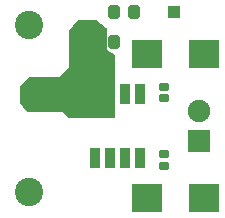
<source format=gts>
G04 #@! TF.GenerationSoftware,KiCad,Pcbnew,8.0.8*
G04 #@! TF.CreationDate,2025-02-12T17:11:10-06:00*
G04 #@! TF.ProjectId,Tunnleing_Amp,54756e6e-6c65-4696-9e67-5f416d702e6b,rev?*
G04 #@! TF.SameCoordinates,Original*
G04 #@! TF.FileFunction,Soldermask,Top*
G04 #@! TF.FilePolarity,Negative*
%FSLAX46Y46*%
G04 Gerber Fmt 4.6, Leading zero omitted, Abs format (unit mm)*
G04 Created by KiCad (PCBNEW 8.0.8) date 2025-02-12 17:11:10*
%MOMM*%
%LPD*%
G01*
G04 APERTURE LIST*
G04 Aperture macros list*
%AMRoundRect*
0 Rectangle with rounded corners*
0 $1 Rounding radius*
0 $2 $3 $4 $5 $6 $7 $8 $9 X,Y pos of 4 corners*
0 Add a 4 corners polygon primitive as box body*
4,1,4,$2,$3,$4,$5,$6,$7,$8,$9,$2,$3,0*
0 Add four circle primitives for the rounded corners*
1,1,$1+$1,$2,$3*
1,1,$1+$1,$4,$5*
1,1,$1+$1,$6,$7*
1,1,$1+$1,$8,$9*
0 Add four rect primitives between the rounded corners*
20,1,$1+$1,$2,$3,$4,$5,0*
20,1,$1+$1,$4,$5,$6,$7,0*
20,1,$1+$1,$6,$7,$8,$9,0*
20,1,$1+$1,$8,$9,$2,$3,0*%
G04 Aperture macros list end*
%ADD10RoundRect,0.100000X1.175000X-1.125000X1.175000X1.125000X-1.175000X1.125000X-1.175000X-1.125000X0*%
%ADD11C,2.400000*%
%ADD12RoundRect,0.100000X-0.425000X-0.425000X0.425000X-0.425000X0.425000X0.425000X-0.425000X0.425000X0*%
%ADD13RoundRect,0.190000X-0.220000X0.190000X-0.220000X-0.190000X0.220000X-0.190000X0.220000X0.190000X0*%
%ADD14RoundRect,0.100000X0.850000X0.850000X-0.850000X0.850000X-0.850000X-0.850000X0.850000X-0.850000X0*%
%ADD15O,1.900000X1.900000*%
%ADD16RoundRect,0.100000X0.325000X0.764000X-0.325000X0.764000X-0.325000X-0.764000X0.325000X-0.764000X0*%
%ADD17RoundRect,0.250000X-0.250000X-0.325000X0.250000X-0.325000X0.250000X0.325000X-0.250000X0.325000X0*%
%ADD18RoundRect,0.190000X0.220000X-0.190000X0.220000X0.190000X-0.220000X0.190000X-0.220000X-0.190000X0*%
G04 APERTURE END LIST*
D10*
X104450000Y-65700000D03*
X109350000Y-65700000D03*
D11*
X94500000Y-65200000D03*
D12*
X106800000Y-49900000D03*
D13*
X105900000Y-56270000D03*
X105900000Y-57230000D03*
D14*
X108900000Y-60875000D03*
D15*
X108900000Y-58335000D03*
D16*
X100095000Y-62311000D03*
X101365000Y-62311000D03*
X102635000Y-62311000D03*
X103905000Y-62311000D03*
X103905000Y-56889000D03*
X102635000Y-56889000D03*
X101365000Y-56889000D03*
X100095000Y-56889000D03*
D17*
X100075000Y-52500000D03*
X101725000Y-52500000D03*
D18*
X105900000Y-62930000D03*
X105900000Y-61970000D03*
D10*
X104450000Y-53500000D03*
X109350000Y-53500000D03*
D17*
X101725000Y-49900000D03*
X103375000Y-49900000D03*
D11*
X94500000Y-51000000D03*
G36*
X100127951Y-50619685D02*
G01*
X100132021Y-50622415D01*
X101047109Y-51262976D01*
X101090742Y-51317547D01*
X101100000Y-51364561D01*
X101100000Y-53100000D01*
X101748074Y-53562910D01*
X101791184Y-53617894D01*
X101800000Y-53663813D01*
X101800000Y-58776000D01*
X101780315Y-58843039D01*
X101727511Y-58888794D01*
X101676000Y-58900000D01*
X97951362Y-58900000D01*
X97884323Y-58880315D01*
X97863681Y-58863681D01*
X97400000Y-58400000D01*
X94456268Y-58400000D01*
X94389229Y-58380315D01*
X94362948Y-58357655D01*
X93730680Y-57635062D01*
X93701349Y-57571647D01*
X93700000Y-57553407D01*
X93700000Y-56347144D01*
X93719685Y-56280105D01*
X93731321Y-56264763D01*
X94463005Y-55441619D01*
X94522256Y-55404591D01*
X94555684Y-55400000D01*
X97100000Y-55400000D01*
X97100000Y-55399999D01*
X97900000Y-54599999D01*
X97900000Y-51639087D01*
X97919685Y-51572048D01*
X97922415Y-51567978D01*
X98562976Y-50652891D01*
X98617547Y-50609258D01*
X98664561Y-50600000D01*
X100060912Y-50600000D01*
X100127951Y-50619685D01*
G37*
M02*

</source>
